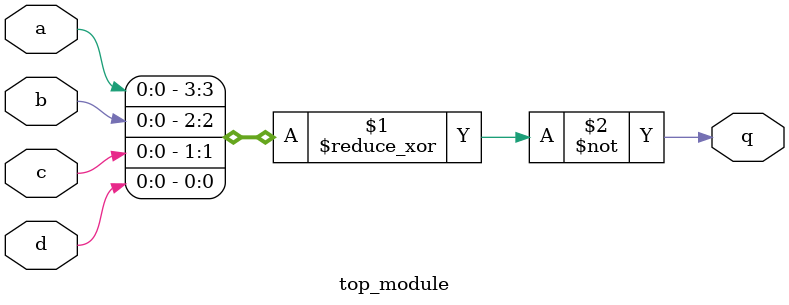
<source format=v>
module top_module (
    input a,
    input b,
    input c,
    input d,
    output q );

    assign q = ~ (^ {a, b, c, d});

endmodule

</source>
